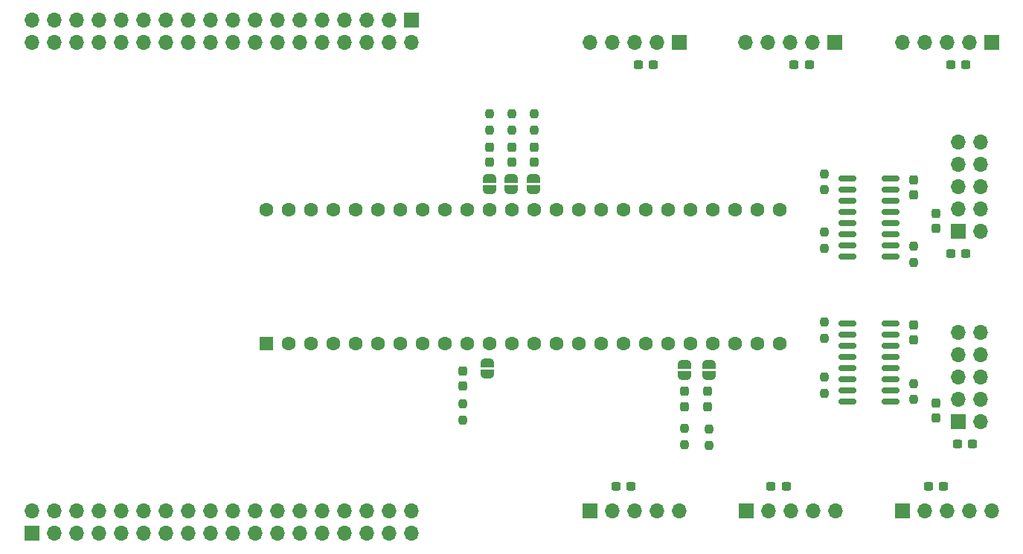
<source format=gbr>
G04 #@! TF.GenerationSoftware,KiCad,Pcbnew,7.0.10-7.0.10~ubuntu22.04.1*
G04 #@! TF.CreationDate,2024-01-06T14:45:44-05:00*
G04 #@! TF.ProjectId,Teensy41_DualMotor,5465656e-7379-4343-915f-4475616c4d6f,1*
G04 #@! TF.SameCoordinates,Original*
G04 #@! TF.FileFunction,Soldermask,Top*
G04 #@! TF.FilePolarity,Negative*
%FSLAX46Y46*%
G04 Gerber Fmt 4.6, Leading zero omitted, Abs format (unit mm)*
G04 Created by KiCad (PCBNEW 7.0.10-7.0.10~ubuntu22.04.1) date 2024-01-06 14:45:44*
%MOMM*%
%LPD*%
G01*
G04 APERTURE LIST*
G04 Aperture macros list*
%AMRoundRect*
0 Rectangle with rounded corners*
0 $1 Rounding radius*
0 $2 $3 $4 $5 $6 $7 $8 $9 X,Y pos of 4 corners*
0 Add a 4 corners polygon primitive as box body*
4,1,4,$2,$3,$4,$5,$6,$7,$8,$9,$2,$3,0*
0 Add four circle primitives for the rounded corners*
1,1,$1+$1,$2,$3*
1,1,$1+$1,$4,$5*
1,1,$1+$1,$6,$7*
1,1,$1+$1,$8,$9*
0 Add four rect primitives between the rounded corners*
20,1,$1+$1,$2,$3,$4,$5,0*
20,1,$1+$1,$4,$5,$6,$7,0*
20,1,$1+$1,$6,$7,$8,$9,0*
20,1,$1+$1,$8,$9,$2,$3,0*%
%AMFreePoly0*
4,1,19,0.500000,-0.750000,0.000000,-0.750000,0.000000,-0.744911,-0.071157,-0.744911,-0.207708,-0.704816,-0.327430,-0.627875,-0.420627,-0.520320,-0.479746,-0.390866,-0.500000,-0.250000,-0.500000,0.250000,-0.479746,0.390866,-0.420627,0.520320,-0.327430,0.627875,-0.207708,0.704816,-0.071157,0.744911,0.000000,0.744911,0.000000,0.750000,0.500000,0.750000,0.500000,-0.750000,0.500000,-0.750000,
$1*%
%AMFreePoly1*
4,1,19,0.000000,0.744911,0.071157,0.744911,0.207708,0.704816,0.327430,0.627875,0.420627,0.520320,0.479746,0.390866,0.500000,0.250000,0.500000,-0.250000,0.479746,-0.390866,0.420627,-0.520320,0.327430,-0.627875,0.207708,-0.704816,0.071157,-0.744911,0.000000,-0.744911,0.000000,-0.750000,-0.500000,-0.750000,-0.500000,0.750000,0.000000,0.750000,0.000000,0.744911,0.000000,0.744911,
$1*%
G04 Aperture macros list end*
%ADD10FreePoly0,90.000000*%
%ADD11FreePoly1,90.000000*%
%ADD12FreePoly0,270.000000*%
%ADD13FreePoly1,270.000000*%
%ADD14RoundRect,0.237500X-0.237500X0.250000X-0.237500X-0.250000X0.237500X-0.250000X0.237500X0.250000X0*%
%ADD15RoundRect,0.237500X0.237500X-0.300000X0.237500X0.300000X-0.237500X0.300000X-0.237500X-0.300000X0*%
%ADD16R,1.700000X1.700000*%
%ADD17O,1.700000X1.700000*%
%ADD18RoundRect,0.237500X0.237500X-0.250000X0.237500X0.250000X-0.237500X0.250000X-0.237500X-0.250000X0*%
%ADD19RoundRect,0.150000X-0.825000X-0.150000X0.825000X-0.150000X0.825000X0.150000X-0.825000X0.150000X0*%
%ADD20RoundRect,0.237500X-0.237500X0.300000X-0.237500X-0.300000X0.237500X-0.300000X0.237500X0.300000X0*%
%ADD21RoundRect,0.237500X-0.300000X-0.237500X0.300000X-0.237500X0.300000X0.237500X-0.300000X0.237500X0*%
%ADD22R,1.600000X1.600000*%
%ADD23C,1.600000*%
%ADD24RoundRect,0.237500X0.300000X0.237500X-0.300000X0.237500X-0.300000X-0.237500X0.300000X-0.237500X0*%
G04 APERTURE END LIST*
D10*
X79750000Y-125400000D03*
D11*
X79750000Y-124100000D03*
D10*
X105000000Y-125550000D03*
D11*
X105000000Y-124250000D03*
D10*
X102250000Y-125550000D03*
D11*
X102250000Y-124250000D03*
D12*
X85000000Y-103100000D03*
D13*
X85000000Y-104400000D03*
D12*
X82500000Y-103100000D03*
D13*
X82500000Y-104400000D03*
D12*
X80000000Y-103100000D03*
D13*
X80000000Y-104400000D03*
D14*
X82550000Y-95750000D03*
X82550000Y-97575000D03*
X118110000Y-109220000D03*
X118110000Y-111045000D03*
X85090000Y-95750000D03*
X85090000Y-97575000D03*
D15*
X82550000Y-99537500D03*
X82550000Y-101262500D03*
D14*
X128270000Y-110847500D03*
X128270000Y-112672500D03*
X80010000Y-95750000D03*
X80010000Y-97575000D03*
D16*
X127000000Y-140970000D03*
D17*
X129540000Y-140970000D03*
X132080000Y-140970000D03*
X134620000Y-140970000D03*
X137160000Y-140970000D03*
D14*
X128270000Y-126445000D03*
X128270000Y-128270000D03*
D16*
X101600000Y-87630000D03*
D17*
X99060000Y-87630000D03*
X96520000Y-87630000D03*
X93980000Y-87630000D03*
X91440000Y-87630000D03*
D16*
X137160000Y-87630000D03*
D17*
X134620000Y-87630000D03*
X132080000Y-87630000D03*
X129540000Y-87630000D03*
X127000000Y-87630000D03*
D18*
X104970000Y-133462500D03*
X104970000Y-131637500D03*
D19*
X120715000Y-103147500D03*
X120715000Y-104417500D03*
X120715000Y-105687500D03*
X120715000Y-106957500D03*
X120715000Y-108227500D03*
X120715000Y-109497500D03*
X120715000Y-110767500D03*
X120715000Y-112037500D03*
X125665000Y-112037500D03*
X125665000Y-110767500D03*
X125665000Y-109497500D03*
X125665000Y-108227500D03*
X125665000Y-106957500D03*
X125665000Y-105687500D03*
X125665000Y-104417500D03*
X125665000Y-103147500D03*
D15*
X130790000Y-130372500D03*
X130790000Y-128647500D03*
D20*
X77000000Y-125025000D03*
X77000000Y-126750000D03*
D15*
X80010000Y-101262500D03*
X80010000Y-99537500D03*
X128270000Y-103277500D03*
X128270000Y-105002500D03*
D16*
X133330000Y-109160000D03*
D17*
X135870000Y-109160000D03*
X133330000Y-106620000D03*
X135870000Y-106620000D03*
X133330000Y-104080000D03*
X135870000Y-104080000D03*
X133330000Y-101540000D03*
X135870000Y-101540000D03*
X133330000Y-99000000D03*
X135870000Y-99000000D03*
D18*
X77000000Y-130610000D03*
X77000000Y-128785000D03*
X118110000Y-121285000D03*
X118110000Y-119460000D03*
D16*
X133350000Y-130780000D03*
D17*
X135890000Y-130780000D03*
X133350000Y-128240000D03*
X135890000Y-128240000D03*
X133350000Y-125700000D03*
X135890000Y-125700000D03*
X133350000Y-123160000D03*
X135890000Y-123160000D03*
X133350000Y-120620000D03*
X135890000Y-120620000D03*
D18*
X102200000Y-133412500D03*
X102200000Y-131587500D03*
D21*
X133249500Y-133350000D03*
X134974500Y-133350000D03*
D16*
X91440000Y-140970000D03*
D17*
X93980000Y-140970000D03*
X96520000Y-140970000D03*
X99060000Y-140970000D03*
X101600000Y-140970000D03*
D18*
X118110000Y-104417500D03*
X118110000Y-102592500D03*
D21*
X132487500Y-111700000D03*
X134212500Y-111700000D03*
X112067000Y-138176000D03*
X113792000Y-138176000D03*
D19*
X120715000Y-119657500D03*
X120715000Y-120927500D03*
X120715000Y-122197500D03*
X120715000Y-123467500D03*
X120715000Y-124737500D03*
X120715000Y-126007500D03*
X120715000Y-127277500D03*
X120715000Y-128547500D03*
X125665000Y-128547500D03*
X125665000Y-127277500D03*
X125665000Y-126007500D03*
X125665000Y-124737500D03*
X125665000Y-123467500D03*
X125665000Y-122197500D03*
X125665000Y-120927500D03*
X125665000Y-119657500D03*
D15*
X130790000Y-108782500D03*
X130790000Y-107057500D03*
D16*
X109220000Y-140995000D03*
D17*
X111760000Y-140995000D03*
X114300000Y-140995000D03*
X116840000Y-140995000D03*
X119380000Y-140995000D03*
D14*
X118110000Y-125730000D03*
X118110000Y-127555000D03*
D20*
X102200000Y-127337500D03*
X102200000Y-129062500D03*
D21*
X94387500Y-138176000D03*
X96112500Y-138176000D03*
D15*
X128270000Y-121512500D03*
X128270000Y-119787500D03*
X85090000Y-101262500D03*
X85090000Y-99537500D03*
D22*
X54610000Y-121920000D03*
D23*
X57150000Y-121920000D03*
X59690000Y-121920000D03*
X62230000Y-121920000D03*
X64770000Y-121920000D03*
X67310000Y-121920000D03*
X69850000Y-121920000D03*
X72390000Y-121920000D03*
X74930000Y-121920000D03*
X77470000Y-121920000D03*
X80010000Y-121920000D03*
X82550000Y-121920000D03*
X85090000Y-121920000D03*
X87630000Y-121920000D03*
X90170000Y-121920000D03*
X92710000Y-121920000D03*
X95250000Y-121920000D03*
X97790000Y-121920000D03*
X100330000Y-121920000D03*
X102870000Y-121920000D03*
X105410000Y-121920000D03*
X107950000Y-121920000D03*
X110490000Y-121920000D03*
X113030000Y-121920000D03*
X113030000Y-106680000D03*
X110490000Y-106680000D03*
X107950000Y-106680000D03*
X105410000Y-106680000D03*
X102870000Y-106680000D03*
X100330000Y-106680000D03*
X97790000Y-106680000D03*
X95250000Y-106680000D03*
X92710000Y-106680000D03*
X90170000Y-106680000D03*
X87630000Y-106680000D03*
X85090000Y-106680000D03*
X82550000Y-106680000D03*
X80010000Y-106680000D03*
X77470000Y-106680000D03*
X74930000Y-106680000D03*
X72390000Y-106680000D03*
X69850000Y-106680000D03*
X67310000Y-106680000D03*
X64770000Y-106680000D03*
X62230000Y-106680000D03*
X59690000Y-106680000D03*
X57150000Y-106680000D03*
X54610000Y-106680000D03*
D20*
X104840000Y-127337500D03*
X104840000Y-129062500D03*
D21*
X129947500Y-138176000D03*
X131672500Y-138176000D03*
D24*
X116402500Y-90170000D03*
X114677500Y-90170000D03*
X98652500Y-90170000D03*
X96927500Y-90170000D03*
X134212500Y-90170000D03*
X132487500Y-90170000D03*
D16*
X119350000Y-87630000D03*
D17*
X116810000Y-87630000D03*
X114270000Y-87630000D03*
X111730000Y-87630000D03*
X109190000Y-87630000D03*
D16*
X71120000Y-85090000D03*
D17*
X71120000Y-87630000D03*
X68580000Y-85090000D03*
X68580000Y-87630000D03*
X66040000Y-85090000D03*
X66040000Y-87630000D03*
X63500000Y-85090000D03*
X63500000Y-87630000D03*
X60960000Y-85090000D03*
X60960000Y-87630000D03*
X58420000Y-85090000D03*
X58420000Y-87630000D03*
X55880000Y-85090000D03*
X55880000Y-87630000D03*
X53340000Y-85090000D03*
X53340000Y-87630000D03*
X50800000Y-85090000D03*
X50800000Y-87630000D03*
X48260000Y-85090000D03*
X48260000Y-87630000D03*
X45720000Y-85090000D03*
X45720000Y-87630000D03*
X43180000Y-85090000D03*
X43180000Y-87630000D03*
X40640000Y-85090000D03*
X40640000Y-87630000D03*
X38100000Y-85090000D03*
X38100000Y-87630000D03*
X35560000Y-85090000D03*
X35560000Y-87630000D03*
X33020000Y-85090000D03*
X33020000Y-87630000D03*
X30480000Y-85090000D03*
X30480000Y-87630000D03*
X27940000Y-85090000D03*
X27940000Y-87630000D03*
D16*
X27940000Y-143510000D03*
D17*
X27940000Y-140970000D03*
X30480000Y-143510000D03*
X30480000Y-140970000D03*
X33020000Y-143510000D03*
X33020000Y-140970000D03*
X35560000Y-143510000D03*
X35560000Y-140970000D03*
X38100000Y-143510000D03*
X38100000Y-140970000D03*
X40640000Y-143510000D03*
X40640000Y-140970000D03*
X43180000Y-143510000D03*
X43180000Y-140970000D03*
X45720000Y-143510000D03*
X45720000Y-140970000D03*
X48260000Y-143510000D03*
X48260000Y-140970000D03*
X50800000Y-143510000D03*
X50800000Y-140970000D03*
X53340000Y-143510000D03*
X53340000Y-140970000D03*
X55880000Y-143510000D03*
X55880000Y-140970000D03*
X58420000Y-143510000D03*
X58420000Y-140970000D03*
X60960000Y-143510000D03*
X60960000Y-140970000D03*
X63500000Y-143510000D03*
X63500000Y-140970000D03*
X66040000Y-143510000D03*
X66040000Y-140970000D03*
X68580000Y-143510000D03*
X68580000Y-140970000D03*
X71120000Y-143510000D03*
X71120000Y-140970000D03*
M02*

</source>
